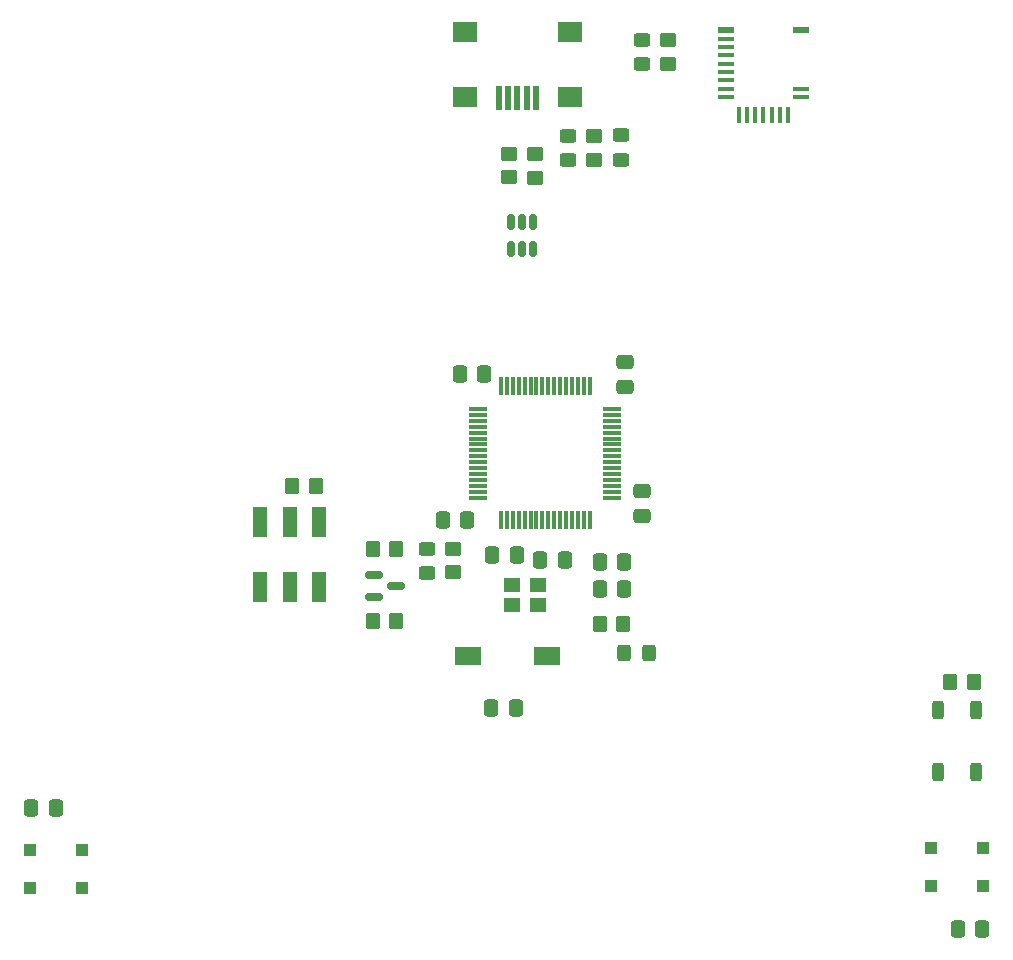
<source format=gbr>
%TF.GenerationSoftware,KiCad,Pcbnew,9.0.1*%
%TF.CreationDate,2025-05-06T13:18:11-06:00*%
%TF.ProjectId,2025_04_STM32F103_RobotBrain,32303235-5f30-4345-9f53-544d33324631,rev?*%
%TF.SameCoordinates,Original*%
%TF.FileFunction,Paste,Top*%
%TF.FilePolarity,Positive*%
%FSLAX46Y46*%
G04 Gerber Fmt 4.6, Leading zero omitted, Abs format (unit mm)*
G04 Created by KiCad (PCBNEW 9.0.1) date 2025-05-06 13:18:11*
%MOMM*%
%LPD*%
G01*
G04 APERTURE LIST*
G04 Aperture macros list*
%AMRoundRect*
0 Rectangle with rounded corners*
0 $1 Rounding radius*
0 $2 $3 $4 $5 $6 $7 $8 $9 X,Y pos of 4 corners*
0 Add a 4 corners polygon primitive as box body*
4,1,4,$2,$3,$4,$5,$6,$7,$8,$9,$2,$3,0*
0 Add four circle primitives for the rounded corners*
1,1,$1+$1,$2,$3*
1,1,$1+$1,$4,$5*
1,1,$1+$1,$6,$7*
1,1,$1+$1,$8,$9*
0 Add four rect primitives between the rounded corners*
20,1,$1+$1,$2,$3,$4,$5,0*
20,1,$1+$1,$4,$5,$6,$7,0*
20,1,$1+$1,$6,$7,$8,$9,0*
20,1,$1+$1,$8,$9,$2,$3,0*%
G04 Aperture macros list end*
%ADD10RoundRect,0.250000X-0.450000X0.350000X-0.450000X-0.350000X0.450000X-0.350000X0.450000X0.350000X0*%
%ADD11RoundRect,0.075000X0.075000X-0.700000X0.075000X0.700000X-0.075000X0.700000X-0.075000X-0.700000X0*%
%ADD12RoundRect,0.075000X0.700000X-0.075000X0.700000X0.075000X-0.700000X0.075000X-0.700000X-0.075000X0*%
%ADD13RoundRect,0.250000X0.350000X0.450000X-0.350000X0.450000X-0.350000X-0.450000X0.350000X-0.450000X0*%
%ADD14RoundRect,0.250000X0.450000X-0.350000X0.450000X0.350000X-0.450000X0.350000X-0.450000X-0.350000X0*%
%ADD15RoundRect,0.250000X-0.337500X-0.475000X0.337500X-0.475000X0.337500X0.475000X-0.337500X0.475000X0*%
%ADD16RoundRect,0.250000X0.450000X-0.325000X0.450000X0.325000X-0.450000X0.325000X-0.450000X-0.325000X0*%
%ADD17RoundRect,0.150000X-0.587500X-0.150000X0.587500X-0.150000X0.587500X0.150000X-0.587500X0.150000X0*%
%ADD18RoundRect,0.250000X-0.450000X0.325000X-0.450000X-0.325000X0.450000X-0.325000X0.450000X0.325000X0*%
%ADD19RoundRect,0.250000X-0.350000X-0.450000X0.350000X-0.450000X0.350000X0.450000X-0.350000X0.450000X0*%
%ADD20R,1.000000X1.000000*%
%ADD21RoundRect,0.250000X0.337500X0.475000X-0.337500X0.475000X-0.337500X-0.475000X0.337500X-0.475000X0*%
%ADD22R,1.400000X0.600000*%
%ADD23R,1.400000X0.400000*%
%ADD24R,0.400000X1.400000*%
%ADD25RoundRect,0.250000X-0.475000X0.337500X-0.475000X-0.337500X0.475000X-0.337500X0.475000X0.337500X0*%
%ADD26RoundRect,0.150000X-0.150000X0.512500X-0.150000X-0.512500X0.150000X-0.512500X0.150000X0.512500X0*%
%ADD27R,1.400000X1.200000*%
%ADD28R,2.300000X1.500000*%
%ADD29RoundRect,0.250000X0.325000X0.450000X-0.325000X0.450000X-0.325000X-0.450000X0.325000X-0.450000X0*%
%ADD30RoundRect,0.250000X0.475000X-0.337500X0.475000X0.337500X-0.475000X0.337500X-0.475000X-0.337500X0*%
%ADD31RoundRect,0.250000X-0.250000X0.525000X-0.250000X-0.525000X0.250000X-0.525000X0.250000X0.525000X0*%
%ADD32R,1.200000X2.500000*%
%ADD33R,0.500000X2.000000*%
%ADD34R,2.000000X1.700000*%
G04 APERTURE END LIST*
D10*
%TO.C,R2*%
X137680000Y-41715000D03*
X137680000Y-43715000D03*
%TD*%
D11*
%TO.C,U1*%
X136990000Y-72760000D03*
X137490000Y-72760000D03*
X137990000Y-72760000D03*
X138490000Y-72760000D03*
X138990000Y-72760000D03*
X139490000Y-72760000D03*
X139990000Y-72760000D03*
X140490000Y-72760000D03*
X140990000Y-72760000D03*
X141490000Y-72760000D03*
X141990000Y-72760000D03*
X142490000Y-72760000D03*
X142990000Y-72760000D03*
X143490000Y-72760000D03*
X143990000Y-72760000D03*
X144490000Y-72760000D03*
D12*
X146415000Y-70835000D03*
X146415000Y-70335000D03*
X146415000Y-69835000D03*
X146415000Y-69335000D03*
X146415000Y-68835000D03*
X146415000Y-68335000D03*
X146415000Y-67835000D03*
X146415000Y-67335000D03*
X146415000Y-66835000D03*
X146415000Y-66335000D03*
X146415000Y-65835000D03*
X146415000Y-65335000D03*
X146415000Y-64835000D03*
X146415000Y-64335000D03*
X146415000Y-63835000D03*
X146415000Y-63335000D03*
D11*
X144490000Y-61410000D03*
X143990000Y-61410000D03*
X143490000Y-61410000D03*
X142990000Y-61410000D03*
X142490000Y-61410000D03*
X141990000Y-61410000D03*
X141490000Y-61410000D03*
X140990000Y-61410000D03*
X140490000Y-61410000D03*
X139990000Y-61410000D03*
X139490000Y-61410000D03*
X138990000Y-61410000D03*
X138490000Y-61410000D03*
X137990000Y-61410000D03*
X137490000Y-61410000D03*
X136990000Y-61410000D03*
D12*
X135065000Y-63335000D03*
X135065000Y-63835000D03*
X135065000Y-64335000D03*
X135065000Y-64835000D03*
X135065000Y-65335000D03*
X135065000Y-65835000D03*
X135065000Y-66335000D03*
X135065000Y-66835000D03*
X135065000Y-67335000D03*
X135065000Y-67835000D03*
X135065000Y-68335000D03*
X135065000Y-68835000D03*
X135065000Y-69335000D03*
X135065000Y-69835000D03*
X135065000Y-70335000D03*
X135065000Y-70835000D03*
%TD*%
D13*
%TO.C,R9*%
X128117500Y-81300000D03*
X126117500Y-81300000D03*
%TD*%
D14*
%TO.C,R3*%
X139860000Y-43735000D03*
X139860000Y-41735000D03*
%TD*%
D15*
%TO.C,C12*%
X97200000Y-97150000D03*
X99275000Y-97150000D03*
%TD*%
D16*
%TO.C,D4*%
X148920000Y-34110000D03*
X148920000Y-32060000D03*
%TD*%
D17*
%TO.C,Q1*%
X126210000Y-77360000D03*
X126210000Y-79260000D03*
X128085000Y-78310000D03*
%TD*%
D18*
%TO.C,D3*%
X130690000Y-75155000D03*
X130690000Y-77205000D03*
%TD*%
D19*
%TO.C,R5*%
X145347500Y-81570000D03*
X147347500Y-81570000D03*
%TD*%
D20*
%TO.C,LED1*%
X97150000Y-100700000D03*
X97150000Y-103900000D03*
X101550000Y-103900000D03*
X101550000Y-100700000D03*
%TD*%
D18*
%TO.C,F1*%
X142670000Y-40210000D03*
X142670000Y-42260000D03*
%TD*%
D21*
%TO.C,C9*%
X138337500Y-75730000D03*
X136262500Y-75730000D03*
%TD*%
D13*
%TO.C,R10*%
X128117500Y-75210000D03*
X126117500Y-75210000D03*
%TD*%
D19*
%TO.C,R8*%
X175000000Y-86410000D03*
X177000000Y-86410000D03*
%TD*%
D22*
%TO.C,MDBT42T-AT1*%
X156000000Y-31200000D03*
D23*
X156000000Y-32000000D03*
X156000000Y-32700000D03*
X156000000Y-33400000D03*
X156000000Y-34100000D03*
X156000000Y-34800000D03*
X156000000Y-35500000D03*
X156000000Y-36200000D03*
X156000000Y-36900000D03*
D24*
X157100000Y-38400000D03*
X157800000Y-38400000D03*
X158500000Y-38400000D03*
X159200000Y-38400000D03*
X159900000Y-38400000D03*
X160600000Y-38400000D03*
X161300000Y-38400000D03*
D23*
X162400000Y-36900000D03*
X162400000Y-36200000D03*
D22*
X162400000Y-31200000D03*
%TD*%
D21*
%TO.C,C2*%
X135577500Y-60340000D03*
X133502500Y-60340000D03*
%TD*%
D10*
%TO.C,R6*%
X132960000Y-75150000D03*
X132960000Y-77150000D03*
%TD*%
D14*
%TO.C,R7*%
X151150000Y-34085000D03*
X151150000Y-32085000D03*
%TD*%
D25*
%TO.C,C4*%
X148960000Y-70302500D03*
X148960000Y-72377500D03*
%TD*%
D26*
%TO.C,U2*%
X139730000Y-47510000D03*
X138780000Y-47510000D03*
X137830000Y-47510000D03*
X137830000Y-49785000D03*
X138780000Y-49785000D03*
X139730000Y-49785000D03*
%TD*%
D15*
%TO.C,C5*%
X145352500Y-76290000D03*
X147427500Y-76290000D03*
%TD*%
D27*
%TO.C,Y2*%
X137952500Y-79920000D03*
X140152500Y-79920000D03*
X140152500Y-78220000D03*
X137952500Y-78220000D03*
%TD*%
D28*
%TO.C,SW1*%
X134220000Y-84280000D03*
X140920000Y-84280000D03*
%TD*%
D15*
%TO.C,C6*%
X145352500Y-78580000D03*
X147427500Y-78580000D03*
%TD*%
D29*
%TO.C,D2*%
X149492500Y-83950000D03*
X147442500Y-83950000D03*
%TD*%
D21*
%TO.C,C1*%
X134137500Y-72690000D03*
X132062500Y-72690000D03*
%TD*%
D20*
%TO.C,LED2*%
X177760000Y-103740000D03*
X177760000Y-100540000D03*
X173360000Y-100540000D03*
X173360000Y-103740000D03*
%TD*%
D15*
%TO.C,C8*%
X140312500Y-76140000D03*
X142387500Y-76140000D03*
%TD*%
D13*
%TO.C,R1*%
X121300000Y-69810000D03*
X119300000Y-69810000D03*
%TD*%
D30*
%TO.C,C3*%
X147470000Y-61457500D03*
X147470000Y-59382500D03*
%TD*%
D31*
%TO.C,SW2*%
X177200000Y-88835000D03*
X177200000Y-94085000D03*
X174000000Y-88835000D03*
X174000000Y-94085000D03*
%TD*%
D16*
%TO.C,D1*%
X147160000Y-42210000D03*
X147160000Y-40160000D03*
%TD*%
D32*
%TO.C,S1*%
X121610000Y-72880000D03*
X119110000Y-72880000D03*
X116610000Y-72880000D03*
X121610000Y-78380000D03*
X119110000Y-78380000D03*
X116610000Y-78380000D03*
%TD*%
D21*
%TO.C,C11*%
X177747500Y-107320000D03*
X175672500Y-107320000D03*
%TD*%
D33*
%TO.C,J1*%
X139980000Y-37000000D03*
X139180000Y-37000000D03*
X138380000Y-37000000D03*
X137580000Y-37000000D03*
X136780000Y-37000000D03*
D34*
X142830000Y-36900000D03*
X142830000Y-31450000D03*
X133930000Y-36900000D03*
X133930000Y-31450000D03*
%TD*%
D21*
%TO.C,C7*%
X138247500Y-88630000D03*
X136172500Y-88630000D03*
%TD*%
D14*
%TO.C,R4*%
X144880000Y-42215000D03*
X144880000Y-40215000D03*
%TD*%
M02*

</source>
